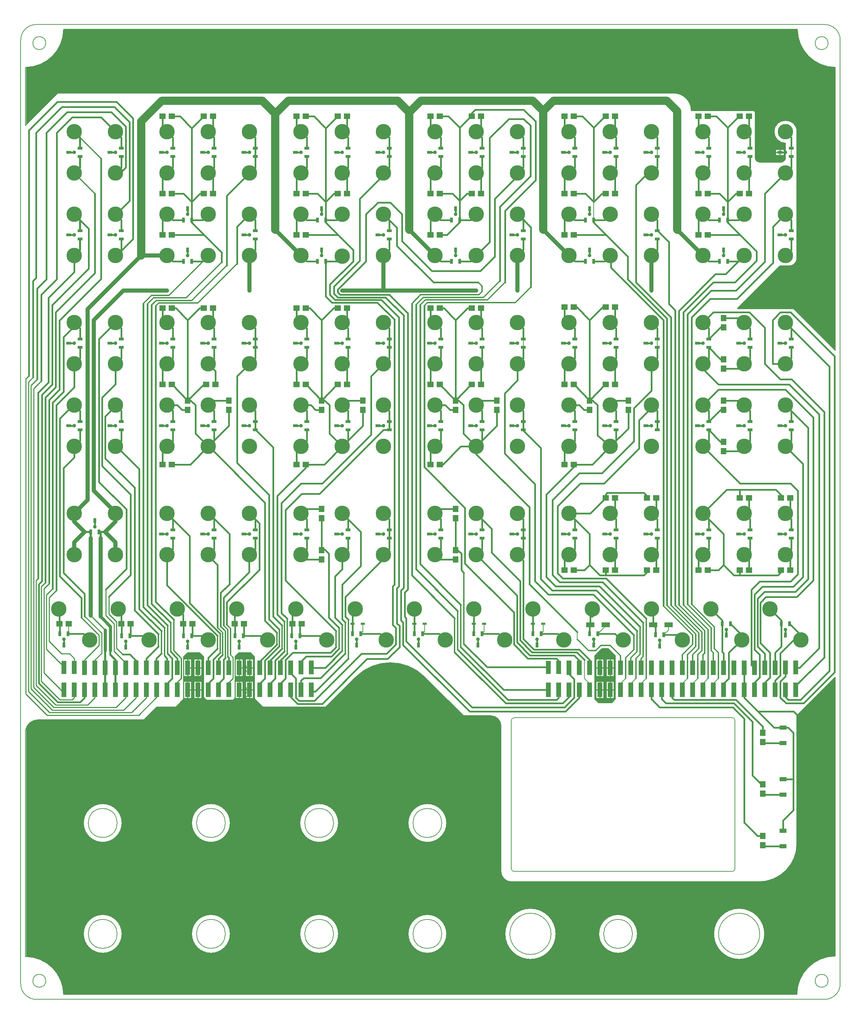
<source format=gbr>
G04 DesignSpark PCB PRO Gerber Version 9.0 Build 5138 *
G04 #@! TF.Part,Single*
G04 #@! TF.FileFunction,Copper,L2,Bot *
G04 #@! TF.FilePolarity,Positive *
%FSLAX35Y35*%
%MOIN*%
G04 #@! TA.AperFunction,SMDPad,CuDef*
%ADD85R,0.03000X0.05000*%
%ADD80R,0.04800X0.13000*%
%ADD82R,0.04800X0.13500*%
%ADD81R,0.04800X0.14000*%
%ADD86R,0.05500X0.06000*%
G04 #@! TD.AperFunction*
%ADD13C,0.00500*%
%ADD11C,0.00600*%
%ADD10C,0.00800*%
%ADD72C,0.01000*%
%ADD77C,0.01200*%
%ADD28C,0.01500*%
%ADD75C,0.02000*%
%ADD79C,0.03000*%
G04 #@! TA.AperFunction,ViaPad*
%ADD73C,0.03600*%
G04 #@! TD.AperFunction*
%ADD78C,0.04000*%
%ADD74C,0.08000*%
G04 #@! TA.AperFunction,ComponentPad*
%ADD76C,0.15000*%
G04 #@! TA.AperFunction,SMDPad,CuDef*
%ADD87R,0.04000X0.02200*%
%ADD83R,0.05000X0.03000*%
%ADD89R,0.07000X0.04400*%
%ADD88R,0.08000X0.05000*%
%ADD84R,0.06000X0.05500*%
X0Y0D02*
D02*
D10*
X4950Y274891D02*
Y55500D01*
G75*
G02X41800Y18650I-150J-37000*
G01*
X753300*
G75*
G02X790650Y56000I37500J-150*
G01*
Y326500*
X753300Y289150*
Y165000*
G75*
G02X716300Y128000I-37000*
G01*
X476300*
G75*
G02X466300Y138000J10000*
G01*
Y279000*
G75*
G03X456300Y289000I-10000*
G01*
X429800*
X392300Y326500*
G75*
G03X325300I-33500J-33500*
G01*
X296300Y297500*
X235300*
X227300Y305500*
Y323000*
X208300*
Y306000*
X206300Y304000*
X180800*
X179202Y305598*
X178501*
Y306299*
X177300Y307500*
Y319000*
X176099Y320201*
Y305598*
X168501*
Y322402*
X173898*
X172800Y323500*
X158300*
Y305000*
X150800Y297500*
X132300*
X119800Y285000*
X16800*
G75*
G03X4950Y274891J-12000*
G01*
X561150Y77500D02*
G75*
G02X598450I18650D01*
G01*
G75*
G02X561150I-18650*
G01*
X672650D02*
G75*
G02X721950I24650D01*
G01*
G75*
G02X672650I-24650*
G01*
X470150D02*
G75*
G02X519450I24650D01*
G01*
G75*
G02X470150I-24650*
G01*
X376150D02*
G75*
G02X413450I18650D01*
G01*
G75*
G02X376150I-18650*
G01*
Y185000D02*
G75*
G02X413450I18650D01*
G01*
G75*
G02X376150I-18650*
G01*
X271150Y77500D02*
G75*
G02X308450I18650D01*
G01*
G75*
G02X271150I-18650*
G01*
Y185000D02*
G75*
G02X308450I18650D01*
G01*
G75*
G02X271150I-18650*
G01*
X208501Y322402D02*
X216099D01*
Y305598*
X208501*
Y322402*
X218501D02*
X226099D01*
Y305598*
X218501*
Y322402*
X158501D02*
X166099D01*
Y305598*
X158501*
Y322402*
X166150Y77500D02*
G75*
G02X203450I18650D01*
G01*
G75*
G02X166150I-18650*
G01*
Y185000D02*
G75*
G02X203450I18650D01*
G01*
G75*
G02X166150I-18650*
G01*
X61150Y77500D02*
G75*
G02X98450I18650D01*
G01*
G75*
G02X61150I-18650*
G01*
Y185000D02*
G75*
G02X98450I18650D01*
G01*
G75*
G02X61150I-18650*
G01*
X5350Y77500D02*
G36*
Y55496D01*
G75*
G02X41796Y19050I-550J-36996*
G01*
X753304*
G75*
G02X790250Y55996I37496J-550*
G01*
Y77500*
X721950*
G75*
G02X672650I-24650*
G01*
X598450*
G75*
G02X561150I-18650*
G01*
X519450*
G75*
G02X470150I-24650*
G01*
X413450*
G75*
G02X376150I-18650*
G01*
X308450*
G75*
G02X271150I-18650*
G01*
X203450*
G75*
G02X166150I-18650*
G01*
X98450*
G75*
G02X61150I-18650*
G01*
X5350*
G37*
Y185000D02*
G36*
Y77500D01*
X61150*
G75*
G02X98450I18650*
G01*
X166150*
G75*
G02X203450I18650*
G01*
X271150*
G75*
G02X308450I18650*
G01*
X376150*
G75*
G02X413450I18650*
G01*
X470150*
G75*
G02X519450I24650*
G01*
X561150*
G75*
G02X598450I18650*
G01*
X672650*
G75*
G02X721950I24650*
G01*
X790250*
Y185000*
X753300*
Y165000*
G75*
G02X716300Y128000I-37000*
G01*
X476300*
G75*
G02X466300Y138000J10000*
G01*
Y185000*
X413450*
G75*
G02X376150I-18650*
G01*
X308450*
G75*
G02X271150I-18650*
G01*
X203450*
G75*
G02X166150I-18650*
G01*
X98450*
G75*
G02X61150I-18650*
G01*
X5350*
G37*
Y276591D02*
G36*
Y185000D01*
X61150*
G75*
G02X98450I18650*
G01*
X166150*
G75*
G02X203450I18650*
G01*
X271150*
G75*
G02X308450I18650*
G01*
X376150*
G75*
G02X413450I18650*
G01*
X466300*
Y279000*
G75*
G03X456300Y289000I-10000*
G01*
X429800*
X404800Y314000*
X312800*
X296300Y297500*
X235300*
X227300Y305500*
Y314000*
X226099*
Y305598*
X218501*
Y314000*
X216099*
Y305598*
X208501*
Y314000*
X208300*
Y306000*
X206300Y304000*
X180800*
X179202Y305598*
X178501*
Y306299*
X177300Y307500*
Y314000*
X176099*
Y305598*
X168501*
Y314000*
X166099*
Y305598*
X158501*
Y314000*
X158300*
Y305000*
X150800Y297500*
X132300*
X119800Y285000*
X16800*
G75*
G03X5350Y276591J-12000*
G01*
G37*
X753300Y289150D02*
G36*
Y185000D01*
X790250*
Y314000*
X778150*
X753300Y289150*
G37*
X158300Y323500D02*
G36*
Y314000D01*
X158501*
Y322402*
X166099*
Y314000*
X168501*
Y322402*
X173898*
X172800Y323500*
X158300*
G37*
X176099Y320201D02*
G36*
Y314000D01*
X177300*
Y319000*
X176099Y320201*
G37*
X208300Y323000D02*
G36*
Y314000D01*
X208501*
Y322402*
X216099*
Y314000*
X218501*
Y322402*
X226099*
Y314000*
X227300*
Y323000*
X208300*
G37*
X325300Y326500D02*
G36*
X312800Y314000D01*
X404800*
X392300Y326500*
G75*
G03X364943Y339976I-33500J-33502*
G01*
X352657*
G75*
G03X325300Y326500I6144J-46978*
G01*
G37*
X778150Y314000D02*
G36*
X790250D01*
Y326100*
X778150Y314000*
G37*
X695800Y684000D02*
Y683500D01*
X750300*
X790650Y643150*
Y917500*
G75*
G02X753800Y954350I150J37000*
G01*
X41800*
G75*
G02X4950Y917500I-37000J150*
G01*
Y861150*
X36300Y892500*
X633800*
G75*
G02X650800Y875500J-17000*
G01*
X710800*
G75*
G02X712800Y873500J-2000*
G01*
Y830000*
G75*
G03X717300Y825500I4500*
G01*
X737800*
G75*
G03X742300Y830000J4500*
G01*
Y844000*
G75*
G02X731300Y855000J11000*
G01*
G75*
G02X753300I11000*
G01*
Y732500*
G75*
G02X745800Y725000I-7500*
G01*
X736800*
X695800Y684000*
X732898Y837902D02*
X740702D01*
Y832098*
X732898*
Y837902*
X695800Y684000D02*
G36*
Y683500D01*
X750300*
X790250Y643550*
Y835000*
X753300*
Y732500*
G75*
G02X745800Y725000I-7500*
G01*
X736800*
X695800Y684000*
G37*
X712800Y835000D02*
G36*
Y830000D01*
G75*
G03X717300Y825500I4500*
G01*
X737800*
G75*
G03X742300Y830000J4500*
G01*
Y835000*
X740702*
Y832098*
X732898*
Y835000*
X712800*
G37*
X5350Y917504D02*
G36*
Y861550D01*
X36300Y892500*
X633800*
G75*
G02X650800Y875500J-17000*
G01*
X710800*
G75*
G02X712800Y873500J-2000*
G01*
Y835000*
X732898*
Y837902*
X740702*
Y835000*
X742300*
Y844000*
G75*
G02X731300Y855000J11000*
G01*
G75*
G02X753300I11000*
G01*
Y835000*
X790250*
Y917504*
G75*
G02X753804Y953950I550J36996*
G01*
X41796*
G75*
G02X5350Y917504I-36996J550*
G01*
G37*
D02*
D11*
X46800Y378000D02*
Y369000D01*
X46300Y368500*
X92300Y550000D02*
X92395Y550095D01*
X106800Y367000D02*
X106300Y366500D01*
X166800Y366899D02*
X166300Y366500D01*
X216800Y366642D02*
X216300Y366500D01*
X272800Y378000D02*
X271300D01*
X332300D02*
Y370500D01*
X330300Y368500*
X392300Y378000D02*
Y370500D01*
X390300Y368500*
X422300Y449500D02*
X424300D01*
X437800Y870000D02*
Y873000D01*
X442300Y550000D02*
Y542500D01*
X449800Y378000D02*
Y370500D01*
X447800Y368500*
X482300Y445000D02*
X487800Y439500D01*
X482800Y775000D02*
X482300D01*
X487800Y566000D02*
Y565500D01*
Y654000D02*
Y646000D01*
Y839000D02*
Y831000D01*
X507300Y378000D02*
Y370500D01*
X505300Y368500*
X512300Y336000D02*
Y335800D01*
X522300Y314000D02*
Y306500D01*
Y335800D02*
Y342000D01*
X532300Y314000D02*
Y307000D01*
X536800Y532500D02*
Y530000D01*
X540300Y370000D02*
Y363000D01*
X542300Y335500D02*
Y342500D01*
X547300Y343000D02*
Y325000D01*
X552300Y320000*
Y314000*
Y343000D02*
Y335500D01*
X556300Y769500D02*
Y767000D01*
Y787000D02*
Y769500D01*
X567800Y377000D02*
Y376000D01*
X560300Y368500*
X568292Y755000D02*
X568296Y755004D01*
Y755000*
X572300Y735000D02*
X572800D01*
X587300Y325000D02*
X582300Y320000D01*
Y314000*
X597300Y325000D02*
X592300Y320000D01*
Y314000*
X607300Y325000D02*
X602300Y320000D01*
Y314000*
X612300Y590000D02*
Y587500D01*
Y815000D02*
X608800D01*
X617800Y654000D02*
Y646000D01*
Y839000D02*
Y831000D01*
X619300Y758000D02*
X618300Y759000D01*
Y769000*
X612300Y775000*
X628800Y377000D02*
Y372000D01*
X624300Y367500*
X647300Y325000D02*
X642300Y320000D01*
Y314000*
X652300D02*
Y320000D01*
X657300Y325000*
X667300D02*
X662300Y320000D01*
Y314000*
X677300Y325000D02*
X672300Y320000D01*
Y314000*
X686300Y769500D02*
Y767000D01*
X698310Y755000D02*
X698300D01*
X747800Y839000D02*
Y831000D01*
D02*
D13*
X15300Y14000D02*
X780300D01*
G75*
G03X795300Y29000J15000*
G01*
Y944000*
G75*
G03X780300Y959000I-15000*
G01*
X15300*
G75*
G03X300Y944000J-15000*
G01*
Y29000*
G75*
G03X15300Y14000I15000*
G01*
X18300Y38300D02*
G75*
G03Y25700J-6300D01*
G01*
G75*
G03Y38300J6300*
G01*
Y947300D02*
G75*
G03Y934700J-6300D01*
G01*
G75*
G03Y947300J6300*
G01*
X79800Y91500D02*
G75*
G03Y63500J-14000D01*
G01*
G75*
G03Y91500J14000*
G01*
Y199000D02*
G75*
G03Y171000J-14000D01*
G01*
G75*
G03Y199000J14000*
G01*
X158300Y346000D02*
Y305500D01*
X161800Y302000*
X174300*
X177800Y305500*
Y346000*
X173800Y350000*
X162300*
X158300Y346000*
X168650Y322250D02*
X175950D01*
Y305750*
X168650*
Y322250*
Y343750D02*
X175950D01*
Y327250*
X168650*
Y343750*
X158650Y322250D02*
X165950D01*
Y305750*
X158650*
Y322250*
Y343750D02*
X165950D01*
Y327250*
X158650*
Y343750*
X158550Y314000D02*
G36*
Y305250D01*
X161550Y302250*
X174550*
X177550Y305250*
Y314000*
X175950*
Y305750*
X168650*
Y314000*
X165950*
Y305750*
X158650*
Y314000*
X158550*
G37*
Y335500D02*
G36*
Y314000D01*
X158650*
Y322250*
X165950*
Y314000*
X168650*
Y322250*
X175950*
Y314000*
X177550*
Y335500*
X175950*
Y327250*
X168650*
Y335500*
X165950*
Y327250*
X158650*
Y335500*
X158550*
G37*
Y346250D02*
G36*
Y335500D01*
X158650*
Y343750*
X165950*
Y335500*
X168650*
Y343750*
X175950*
Y335500*
X177550*
Y346250*
X174050Y349750*
X162050*
X158550Y346250*
G37*
X184800Y91500D02*
G75*
G03Y63500J-14000D01*
G01*
G75*
G03Y91500J14000*
G01*
Y199000D02*
G75*
G03Y171000J-14000D01*
G01*
G75*
G03Y199000J14000*
G01*
X208300Y346500D02*
Y305500D01*
X211300Y302500*
X224300*
X227300Y305500*
Y346000*
X223300Y350000*
X211800*
X208300Y346500*
X218650Y322250D02*
X225950D01*
Y305750*
X218650*
Y322250*
Y343750D02*
X225950D01*
Y327250*
X218650*
Y343750*
X208650Y322250D02*
X215950D01*
Y305750*
X208650*
Y322250*
Y343750D02*
X215950D01*
Y327250*
X208650*
Y343750*
X208550Y314000D02*
G36*
Y305250D01*
X211050Y302750*
X224550*
X227050Y305250*
Y314000*
X225950*
Y305750*
X218650*
Y314000*
X215950*
Y305750*
X208650*
Y314000*
X208550*
G37*
Y335500D02*
G36*
Y314000D01*
X208650*
Y322250*
X215950*
Y314000*
X218650*
Y322250*
X225950*
Y314000*
X227050*
Y335500*
X225950*
Y327250*
X218650*
Y335500*
X215950*
Y327250*
X208650*
Y335500*
X208550*
G37*
Y346750D02*
G36*
Y335500D01*
X208650*
Y343750*
X215950*
Y335500*
X218650*
Y343750*
X225950*
Y335500*
X227050*
Y346250*
X223550Y349750*
X211550*
X208550Y346750*
G37*
X289800Y91500D02*
G75*
G03Y63500J-14000D01*
G01*
G75*
G03Y91500J14000*
G01*
Y199000D02*
G75*
G03Y171000J-14000D01*
G01*
G75*
G03Y199000J14000*
G01*
X394800Y91500D02*
G75*
G03Y63500J-14000D01*
G01*
G75*
G03Y91500J14000*
G01*
Y199000D02*
G75*
G03Y171000J-14000D01*
G01*
G75*
G03Y199000J14000*
G01*
X478800Y138000D02*
X690800D01*
G75*
G03X693300Y140500J2500*
G01*
Y284500*
G75*
G03X690800Y287000I-2500*
G01*
X478800*
G75*
G03X476300Y284500J-2500*
G01*
Y140500*
G75*
G03X478800Y138000I2500*
G01*
X494800Y97500D02*
G75*
G03Y57500J-20000D01*
G01*
G75*
G03Y97500J20000*
G01*
X557300Y347000D02*
Y305000D01*
X560800Y301500*
X573800*
X577300Y305000*
Y347000*
X570300Y354000*
X564300*
X557300Y347000*
X568650Y322250D02*
X575950D01*
Y305750*
X568650*
Y322250*
Y343750D02*
X575950D01*
Y327250*
X568650*
Y343750*
X558650Y322250D02*
X565950D01*
Y305750*
X558650*
Y322250*
Y343750D02*
X565950D01*
Y327250*
X558650*
Y343750*
X557550Y314000D02*
G36*
Y304750D01*
X560550Y301750*
X574050*
X577050Y304750*
Y314000*
X575950*
Y305750*
X568650*
Y314000*
X565950*
Y305750*
X558650*
Y314000*
X557550*
G37*
Y335500D02*
G36*
Y314000D01*
X558650*
Y322250*
X565950*
Y314000*
X568650*
Y322250*
X575950*
Y314000*
X577050*
Y335500*
X575950*
Y327250*
X568650*
Y335500*
X565950*
Y327250*
X558650*
Y335500*
X557550*
G37*
Y347250D02*
G36*
Y335500D01*
X558650*
Y343750*
X565950*
Y335500*
X568650*
Y343750*
X575950*
Y335500*
X577050*
Y347250*
X570550Y353750*
X564050*
X557550Y347250*
G37*
X579800Y91500D02*
G75*
G03Y63500J-14000D01*
G01*
G75*
G03Y91500J14000*
G01*
X697300Y97500D02*
G75*
G03Y57500J-20000D01*
G01*
G75*
G03Y97500J20000*
G01*
X777300Y38300D02*
G75*
G03Y25700J-6300D01*
G01*
G75*
G03Y38300J6300*
G01*
Y947300D02*
G75*
G03Y934700J-6300D01*
G01*
G75*
G03Y947300J6300*
G01*
D02*
D28*
X12300Y617000D02*
Y710500D01*
X15300Y713500*
Y854000*
X40300Y879000*
X91300*
X105800Y864500*
Y788000*
X92800Y775000*
X92300*
X34800Y410500D02*
Y590000D01*
X52300Y607500*
Y630000*
X37800Y378000D02*
Y392000D01*
X37300Y392500*
X38300Y368500D02*
Y377500D01*
X37800Y378000*
X42300Y357500D02*
Y363000D01*
X46300Y368500D02*
X61300D01*
X67300Y362500*
X46800Y570000D02*
X52300D01*
X46800Y650000D02*
X52300D01*
X46800Y755000D02*
X52300D01*
X46800Y835000D02*
X52300D01*
Y590000D02*
X51300D01*
X38300Y577000*
Y424000*
X59300Y403000*
Y384000*
X52300Y666500D02*
X41800Y656000D01*
Y603000*
X31300Y592500*
Y412000*
X52300Y735000D02*
Y719000D01*
X27300Y694000*
Y612000*
X17300Y602000*
Y422000*
X52300Y775000D02*
X66300Y761000D01*
Y722500*
X30800Y687000*
Y610000*
X20800Y600000*
Y419500*
X17800Y416500*
Y320500*
X36300Y302000*
X57800*
X62300Y306500*
Y314000*
X57800Y566000D02*
Y555500D01*
X52300Y550000*
X57800Y574000D02*
Y584500D01*
X52300Y590000*
X57800Y646000D02*
Y635500D01*
X52300Y630000*
X57800Y654000D02*
Y664500D01*
X52300Y670000*
X62300Y385500D02*
Y407000D01*
X41800Y427500*
Y529000*
X52300Y539500*
Y550000*
X72300Y478000D02*
Y472000D01*
Y795000D02*
Y718000D01*
X34300Y680000*
Y607500*
X24300Y597500*
Y418000*
X78300Y829000D02*
Y712500D01*
X37800Y672000*
Y605000*
X27800Y595000*
Y417000*
X86800Y570000D02*
X92300D01*
X86800Y650000D02*
X92300D01*
X86800Y755000D02*
X92300D01*
X86800Y835000D02*
X92300D01*
Y590000D02*
Y589000D01*
X82300Y579000*
Y538500*
X110800Y510000*
Y391000*
X133800Y368000*
X92300Y630000D02*
Y610500D01*
X79300Y597500*
Y531000*
X106800Y503500*
Y425500*
X85800Y404500*
X92300Y670000D02*
X76300Y654000D01*
Y515500*
X102800Y489000*
Y431500*
X82800Y411500*
X92300Y735000D02*
X93300D01*
X109300Y751000*
Y868000*
X93300Y884000*
X35800*
X8300Y856500*
Y618500*
X92300Y815000D02*
X96800D01*
X102300Y820500*
Y860000*
X88300Y874000*
X45300*
X25300Y854000*
Y712000*
X16300Y703000*
Y615000*
X92300Y855000D02*
X78300Y869000D01*
X50300*
X35300Y854000*
Y712000*
X20300Y697000*
Y613500*
X92395Y550095D02*
X92300Y550000D01*
X97800Y378000D02*
Y389500D01*
X94800Y392500*
X97800Y566000D02*
Y555500D01*
X92395Y550095*
X97800Y574000D02*
Y584500D01*
X92300Y590000*
X97800Y646000D02*
Y635500D01*
X92300Y630000*
X97800Y654000D02*
Y664500D01*
X92300Y670000*
X97800Y751000D02*
Y740500D01*
X92300Y735000*
X97800Y759000D02*
Y769500D01*
X92300Y775000*
X97800Y831000D02*
Y820500D01*
X92300Y815000*
X97800Y839000D02*
Y849500D01*
X92300Y855000*
X98300Y366500D02*
Y377500D01*
X97800Y378000*
X99300Y348500D02*
X106300D01*
X112300Y342500*
Y335500*
X102300Y340000D02*
Y335500D01*
Y355500D02*
Y361000D01*
X106300Y366500D02*
X120800D01*
X124800Y362500*
X106800Y378000D02*
Y367000D01*
X119300Y688500D02*
Y394500D01*
X139800Y374000*
X123300Y688000D02*
Y396000D01*
X142800Y376500*
X127300Y687000D02*
Y397500D01*
X145800Y379000*
X131300Y686000D02*
Y399500D01*
X148800Y382000*
X132300Y335500D02*
X131800D01*
Y344500*
X136800Y349500*
X133800Y356000D02*
X122300Y344500D01*
Y335500*
X136800Y371000D02*
X115300Y392500D01*
Y528000*
X93300Y550000*
X92300*
X136800Y465000D02*
X142300D01*
X136800Y570000D02*
X142300D01*
X136800Y650000D02*
X142300D01*
X137800Y532500D02*
Y545500D01*
X142300Y550000*
X137800Y610000D02*
Y625500D01*
X142300Y630000*
X137800Y684000D02*
Y674500D01*
X142300Y670000*
X137800Y755000D02*
Y770500D01*
X142300Y775000*
X137800Y795000D02*
Y810500D01*
X142300Y815000*
X137800Y870000D02*
Y859500D01*
X142300Y855000*
X139800Y347000D02*
X142300Y344500D01*
Y335500*
Y835000D02*
X136800D01*
X142800Y349000D02*
X147300Y344500D01*
Y325000*
X142300Y320000*
Y314000*
X145800Y351000D02*
X152300Y344500D01*
Y335500*
X146800Y532500D02*
X164800D01*
X182300Y550000*
X146800Y610000D02*
X147300D01*
X162300Y594500*
X146800Y684000D02*
X150800D01*
X162300Y672500*
X146800Y755000D02*
X178300D01*
X146800Y795000D02*
X158300D01*
X166300Y787000*
X146800Y870000D02*
X154800D01*
X166300Y858500*
X147800Y461000D02*
Y450500D01*
X142300Y445000*
X147800Y469000D02*
Y479500D01*
X142300Y485000*
X147800Y566000D02*
Y555500D01*
X142300Y550000*
X147800Y574000D02*
Y584500D01*
X142300Y590000*
X147800Y646000D02*
Y635500D01*
X142300Y630000*
X147800Y654000D02*
Y664500D01*
X142300Y670000*
X147800Y831000D02*
Y820500D01*
X142300Y815000*
X147800Y839000D02*
Y849500D01*
X142300Y855000*
X152300Y321000D02*
Y314000D01*
X157800Y378000D02*
Y387000D01*
X152300Y392500*
X158300Y366500D02*
Y377500D01*
X157800Y378000*
X158300Y729500D02*
X147800D01*
X142300Y735000*
X158300Y769500D02*
X147800D01*
X142300Y775000*
X162300Y355500D02*
Y361000D01*
Y585500D02*
X156800D01*
X152300Y590000*
X142300*
X162300Y594500D02*
X165300D01*
X169800Y590000*
Y562500*
X182300Y550000*
X162300Y672500D02*
Y594500D01*
Y740500D02*
Y735000D01*
Y780500D02*
Y775000D01*
X166300Y366500D02*
X178300D01*
X182300Y362500*
X166300Y729500D02*
X176800D01*
X182300Y735000*
X166300Y769500D02*
Y767000D01*
X178300Y755000*
X166300Y769500D02*
Y785000D01*
Y787000*
Y769500D02*
X176800D01*
X182300Y775000*
X166300Y858500D02*
Y787000D01*
X166800Y378000D02*
Y366899D01*
X176800Y465000D02*
X182300D01*
X176800Y570000D02*
X182300D01*
X176800Y650000D02*
X182300D01*
X176800Y835000D02*
X182300D01*
X177800Y684000D02*
X173800D01*
X162300Y672500*
X177800Y795000D02*
X174300D01*
X166300Y787000*
X177800Y870000D02*
X166300Y858500D01*
X178300Y755000D02*
X195300Y738000D01*
Y728500*
X180300Y610000D02*
X177800D01*
X162300Y594500*
X182300Y314000D02*
Y320000D01*
X187300Y325000*
Y343500*
X193800Y350000*
X182300Y335500D02*
Y345000D01*
X191300Y354000*
X182300Y445000D02*
Y444000D01*
X191300Y435000*
Y374500*
X182300Y485000D02*
X182800D01*
X202800Y465000*
Y416500*
X194300Y408000*
Y375500*
X182300Y735000D02*
X182800D01*
X186800Y684000D02*
Y674500D01*
X182300Y670000*
X186800Y795000D02*
Y810500D01*
X182300Y815000*
X186800Y870000D02*
Y859500D01*
X182300Y855000*
X187800Y461000D02*
Y450500D01*
X182300Y445000*
X187800Y469000D02*
Y479500D01*
X182300Y485000*
X187800Y566000D02*
Y555500D01*
X182300Y550000*
X187800Y574000D02*
Y584500D01*
X182300Y590000*
X187800Y646000D02*
Y635500D01*
X182300Y630000*
X187800Y654000D02*
Y664500D01*
X182300Y670000*
X187800Y831000D02*
Y820500D01*
X182300Y815000*
X187800Y839000D02*
Y849500D01*
X182300Y855000*
X189300Y610000D02*
Y623000D01*
X182300Y630000*
X191300Y366500D02*
X142300Y415500D01*
Y445000*
X193800Y368500D02*
X164300Y398000D01*
Y463000*
X142300Y485000*
X196300Y348000D02*
X192300Y344000D01*
Y335500*
X197300Y376500D02*
Y403500D01*
X221800Y428000*
Y445000*
X222300*
X198800Y345000D02*
X197300Y343500D01*
Y325000*
X192300Y320000*
Y314000*
X200300Y377000D02*
Y399000D01*
X231800Y430500*
Y475500*
X222300Y485000*
X202300Y314000D02*
Y321000D01*
Y335500D02*
Y345000D01*
X201300Y346000*
X202300Y585500D02*
Y570000D01*
X182300Y550000*
X202300Y594500D02*
X186800D01*
X182300Y590000*
X207800Y378000D02*
Y390500D01*
X209800Y392500*
X208300Y366500D02*
Y377500D01*
X207800Y378000*
X212300Y355500D02*
Y361000D01*
X216300Y366500D02*
X235800D01*
X239800Y362500*
X216800Y378000D02*
Y366642D01*
Y465000D02*
X222300D01*
X216800Y570000D02*
X222300D01*
X216800Y650000D02*
X222300D01*
X216800Y755000D02*
X222300D01*
X216800Y835000D02*
X222300D01*
Y630000D02*
X210300Y618000D01*
Y534000*
X241300Y503000*
Y382500*
X251300Y372500*
X222300Y775000D02*
X210300Y763000D01*
Y727000*
X222300Y815000D02*
X200300Y793000D01*
Y725500*
X227800Y461000D02*
Y450500D01*
X222300Y445000*
X227800Y469000D02*
Y479500D01*
X222300Y485000*
X227800Y566000D02*
Y566500D01*
X245300Y549000*
Y385000*
X253800Y376500*
X227800Y566000D02*
Y574000D01*
Y584500*
X222300Y590000*
X227800Y646000D02*
Y635500D01*
X222300Y630000*
X227800Y654000D02*
Y646000D01*
Y654000D02*
Y664500D01*
X222300Y670000*
X227800Y751000D02*
Y740500D01*
X222300Y735000*
X227800Y759000D02*
Y769500D01*
X222300Y775000*
X227800Y831000D02*
Y820500D01*
X222300Y815000*
X227800Y839000D02*
Y831000D01*
Y839000D02*
Y849500D01*
X222300Y855000*
X232300Y335500D02*
Y341500D01*
X248800Y358000*
Y369500D02*
X237300Y381000D01*
Y495500*
X182800Y550000*
X182300*
X251300Y356500D02*
X237300Y342500D01*
Y325000*
X232300Y320000*
Y314000*
X252300D02*
Y320000D01*
X257300Y325000*
Y343000*
X264300Y350000*
X300800*
X306300Y355500*
X253800Y354000D02*
X242300Y342500D01*
Y335500*
X256300Y351500D02*
X247300Y342500D01*
Y325000*
X242300Y320000*
Y314000*
X258800Y349000D02*
X252300Y342500D01*
Y335500*
X262300Y314000D02*
Y307000D01*
X268800Y300500*
X292800*
X336300Y344000*
X356300*
X367800Y355500*
Y376000*
X365300Y378500*
Y412500*
X367300Y414500*
Y675000*
X350300Y692000*
X305300*
X300300Y697000*
Y707000*
X322800Y729500*
Y740500*
X311300Y752000*
X262300Y335500D02*
Y330000D01*
X267300Y325000*
Y306500*
X270300Y303500*
X285300*
X330800Y349000*
X355300*
X364300Y358000*
Y374000*
X361300Y377000*
Y414500*
X362800Y416000*
Y673000*
X346300Y689500*
X302300*
X296300Y695500*
Y729500*
X263300Y366500D02*
Y377500D01*
X263800Y378000*
Y389000*
X267300Y392500*
X266800Y465000D02*
X272300D01*
X266800Y570000D02*
X272300D01*
X266800Y650000D02*
X272300D01*
X266800Y835000D02*
X272300D01*
X267300Y355500D02*
Y361000D01*
X267800Y532500D02*
Y545500D01*
X272300Y550000*
X267800Y610000D02*
Y625500D01*
X272300Y630000*
X267800Y684000D02*
Y674500D01*
X272300Y670000*
X267800Y755000D02*
Y770500D01*
X272300Y775000*
X267800Y795000D02*
Y810500D01*
X272300Y815000*
X267800Y870000D02*
Y859500D01*
X272300Y855000*
X271300Y366500D02*
X293300D01*
X297300Y362500*
X271300Y378000D02*
Y366500D01*
X272300Y335800D02*
Y341500D01*
X277300Y346500*
X301800*
X309300Y354000*
X276800Y532500D02*
Y529500D01*
X249300Y502000*
Y387000*
X256300Y380000*
X276800Y532500D02*
X294800D01*
X312300Y550000*
X276800Y610000D02*
X277300D01*
X292300Y594500*
X276800Y684000D02*
X280800D01*
X292300Y672500*
X276800Y755000D02*
X308300D01*
X311300Y752000*
X276800Y795000D02*
X288300D01*
X296300Y787000*
Y785000*
X276800Y870000D02*
X284800D01*
X296300Y858500*
X277800Y461000D02*
Y450500D01*
X272300Y445000*
X277800Y469000D02*
Y479500D01*
X272300Y485000*
X277800Y566000D02*
Y555500D01*
X272300Y550000*
X277800Y574000D02*
Y584500D01*
X272300Y590000*
X277800Y646000D02*
Y635500D01*
X272300Y630000*
X277800Y654000D02*
Y664500D01*
X272300Y670000*
X277800Y831000D02*
Y820500D01*
X272300Y815000*
X277800Y839000D02*
Y849500D01*
X272300Y855000*
X282300Y335800D02*
Y335500D01*
X295800*
X312300Y352000*
X288300Y729500D02*
X277800D01*
X272300Y735000*
X288300Y769500D02*
X277800D01*
X272300Y775000*
X292300Y440500D02*
X276800D01*
X272300Y445000*
X292300Y480500D02*
Y449500D01*
Y489500D02*
X276800D01*
X272300Y485000*
X292300Y585500D02*
X286300D01*
X281800Y590000*
X272300*
X292300Y594500D02*
X295300D01*
X299800Y590000*
Y562500*
X312300Y550000*
X292300Y672500D02*
Y594500D01*
Y740500D02*
Y735000D01*
Y780500D02*
Y775000D01*
X296300Y729500D02*
X307300D01*
X312300Y734500*
X296300Y769500D02*
Y767000D01*
X311300Y752000*
X296300Y769500D02*
Y785000D01*
Y769500D02*
X306800D01*
X312300Y775000*
X296300Y785000D02*
Y787000D01*
X304300Y795000*
X307800*
X296300Y858500D02*
Y785000D01*
Y858500D02*
X307800Y870000D01*
X306300Y371000D02*
X257300Y420000D01*
Y488500*
X272800Y504000*
X290300*
X352300Y566000*
X357800*
X306800Y465000D02*
X312300D01*
X306800Y570000D02*
X312300D01*
X306800Y650000D02*
X312300D01*
X306800Y835000D02*
X312300D01*
X307800Y610000D02*
X307300D01*
X292300Y594500*
X307800Y684000D02*
X303800D01*
X292300Y672500*
X309300Y374000D02*
X299300Y384000D01*
Y446000*
X295300Y450000*
X292800*
X292300Y449500*
X312300Y377000D02*
X305300Y384000D01*
Y424000*
X312300Y431000*
Y445000*
X309800Y443000*
X311800Y445000*
X312300*
Y485000D02*
X330300Y467000D01*
Y434000*
X312300Y416000*
Y382500*
X315300Y379500*
Y349500D02*
X291300Y325500D01*
X274800*
X272300Y323000*
Y314000*
X316800Y610000D02*
Y625500D01*
X312300Y630000*
X316800Y684000D02*
Y674500D01*
X312300Y670000*
X316800Y795000D02*
Y810500D01*
X312300Y815000*
X316800Y870000D02*
Y859500D01*
X312300Y855000*
X317800Y461000D02*
Y450500D01*
X312300Y445000*
X317800Y469000D02*
Y479500D01*
X312300Y485000*
X317800Y566000D02*
Y555500D01*
X312300Y550000*
X317800Y574000D02*
Y584500D01*
X312300Y590000*
X317800Y646000D02*
Y635500D01*
X312300Y630000*
X317800Y654000D02*
Y664500D01*
X312300Y670000*
X317800Y831000D02*
Y820500D01*
X312300Y815000*
X317800Y839000D02*
Y849500D01*
X312300Y855000*
X318300Y344500D02*
X286300Y312500D01*
X282300*
Y314000*
X322300Y368500D02*
Y378000D01*
Y390000*
X324800Y392500*
X326300Y357500D02*
Y363000D01*
X330300Y368500D02*
X348800D01*
X354800Y362500*
X332300Y585500D02*
Y570000D01*
X312300Y550000*
X332300Y594500D02*
X316800D01*
X312300Y590000*
X346800Y465000D02*
X352300D01*
X346800Y570000D02*
X352300D01*
X346800Y650000D02*
X352300D01*
X346800Y755000D02*
X352300D01*
X346800Y835000D02*
X352300D01*
Y445000D02*
X351300D01*
Y440000*
X315300Y404000*
Y385000*
X318300Y382000*
X352300Y630000D02*
X340300Y618000D01*
Y561500*
X292800Y514000*
X272300*
X253300Y495000*
Y388500*
X258800Y383000*
X357800Y461000D02*
Y450500D01*
X352300Y445000*
X357800Y469000D02*
Y461000D01*
Y469000D02*
Y479500D01*
X352300Y485000*
X357800Y566000D02*
Y574000D01*
Y584500*
X352300Y590000*
X357800Y646000D02*
Y635500D01*
X352300Y630000*
X357800Y654000D02*
Y646000D01*
Y654000D02*
Y664500D01*
X352300Y670000*
X357800Y751000D02*
Y740500D01*
X352300Y735000*
X357800Y759000D02*
Y769500D01*
X352300Y775000*
X357800Y831000D02*
Y820500D01*
X352300Y815000*
X357800Y839000D02*
Y831000D01*
Y839000D02*
Y849500D01*
X352300Y855000*
X382300Y368500D02*
Y378000D01*
Y392500*
X386300Y357500D02*
Y363000D01*
X387800Y687000D02*
Y436000D01*
X427300Y396500*
X390300Y368500D02*
X406300D01*
X412300Y362500*
X396800Y465000D02*
X402300D01*
X396800Y570000D02*
X402300D01*
X396800Y650000D02*
X402300D01*
X396800Y835000D02*
X402300D01*
X397800Y532500D02*
Y545500D01*
X402300Y550000*
X397800Y610000D02*
Y625500D01*
X402300Y630000*
X397800Y684000D02*
Y674500D01*
X402300Y670000*
X397800Y755000D02*
Y768500D01*
X402300Y775000*
X397800Y795000D02*
Y810500D01*
X402300Y815000*
X397800Y870000D02*
Y859500D01*
X402300Y855000*
X406800Y532500D02*
X409800D01*
X427300Y550000*
X442300*
X406800Y610000D02*
X422300Y594500D01*
X406800Y684000D02*
X410800D01*
X422300Y672500*
X406800Y795000D02*
X419300D01*
X426300Y788000*
Y787000*
X406800Y870000D02*
X415300D01*
X426300Y859000*
X407800Y461000D02*
Y450500D01*
X402300Y445000*
X407800Y469000D02*
Y479500D01*
X402300Y485000*
X407800Y566000D02*
Y555500D01*
X402300Y550000*
X407800Y574000D02*
Y584500D01*
X402300Y590000*
X407800Y646000D02*
Y635500D01*
X402300Y630000*
X407800Y654000D02*
Y664500D01*
X402300Y670000*
X407800Y831000D02*
Y820500D01*
X402300Y815000*
X407800Y839000D02*
Y849500D01*
X402300Y855000*
X418300Y729500D02*
X407800D01*
X402300Y735000*
X418300Y769500D02*
X407800D01*
X402300Y775000*
X421300Y383500D02*
X379800Y425000D01*
Y688500*
X422300Y440500D02*
X406800D01*
X402300Y445000*
X422300Y449500D02*
Y480500D01*
Y489500D02*
X406800D01*
X402300Y485000*
X422300Y585500D02*
X416800D01*
X412300Y590000*
X402300*
X422300Y594500D02*
X425300D01*
X429800Y590000*
Y562500*
X442300Y550000*
X422300Y672500D02*
Y594500D01*
Y740500D02*
Y735000D01*
Y780500D02*
Y775000D01*
X424300Y390500D02*
X383800Y431000D01*
Y687500*
X424300Y449500D02*
X427800Y446000D01*
Y430000*
X430300Y427500*
X426300Y729500D02*
X436800D01*
X442300Y735000*
X426300Y769500D02*
Y767500D01*
X413800Y755000*
X406800*
X426300Y769500D02*
X436800D01*
X442300Y775000*
X426300Y787000D02*
Y769500D01*
Y787000D02*
Y788000D01*
X433300Y795000*
X437800*
X426300Y859000D02*
Y787000D01*
X427300Y355500D02*
X468800Y314000D01*
X512300*
X430300Y358500D02*
X452800Y336000D01*
X512300*
X436800Y465000D02*
X442300D01*
X436800Y570000D02*
X442300D01*
X436800Y650000D02*
X442300D01*
X436800Y835000D02*
X442300D01*
X437800Y610000D02*
X437300D01*
X422300Y594500*
X437800Y684000D02*
X433800D01*
X422300Y672500*
X437800Y870000D02*
X437300D01*
X426300Y859000*
X437800Y873000D02*
X441300Y876500D01*
X488300*
X499800Y865000*
Y808000*
X470300Y778500*
Y709000*
X439800Y368500D02*
Y378000D01*
Y392500*
X442300Y485000D02*
X457300Y470000D01*
Y447000*
X484800Y419500*
Y362000*
X496300Y350500*
X539800*
X547300Y343000*
X442300Y542500D02*
X493800Y491000D01*
Y416500*
X540300Y370000*
X443800Y357500D02*
Y363000D01*
X444300Y709000D02*
X400800D01*
X365300Y744500*
Y762000*
X352300Y775000*
X446800Y610000D02*
Y625500D01*
X442300Y630000*
X446800Y684000D02*
Y674500D01*
X442300Y670000*
X446800Y795000D02*
Y810500D01*
X442300Y815000*
X446800Y870000D02*
Y859500D01*
X442300Y855000*
X447800Y368500D02*
X463800D01*
X469800Y362500*
X447800Y461000D02*
Y450500D01*
X442300Y445000*
X447800Y469000D02*
Y479500D01*
X442300Y485000*
X447800Y566000D02*
Y555500D01*
X442300Y550000*
X447800Y574000D02*
Y584500D01*
X442300Y590000*
X447800Y646000D02*
Y635500D01*
X442300Y630000*
X447800Y654000D02*
Y664500D01*
X442300Y670000*
X447800Y831000D02*
Y820500D01*
X442300Y815000*
X447800Y839000D02*
Y849500D01*
X442300Y855000*
X462300Y585500D02*
Y570000D01*
X442300Y550000*
X462300Y594500D02*
X446800D01*
X442300Y590000*
X465300Y710500D02*
Y782500D01*
X494800Y812000*
Y861000*
X488300Y867500*
X473800*
X455300Y849000*
Y748000*
X442300Y735000*
X476800Y465000D02*
X482300D01*
X476800Y570000D02*
X482300D01*
X476800Y650000D02*
X482300D01*
X476800Y755000D02*
X482300D01*
X476800Y835000D02*
X482300D01*
Y630000D02*
Y614000D01*
X469800Y601500*
Y543000*
X499300Y513500*
Y419500*
X512300Y406500*
X555800*
X595300Y367000*
X487800Y439500D02*
Y363500D01*
X498300Y353000*
X542300*
X552300Y343000*
X487800Y461000D02*
Y450500D01*
X482300Y445000*
X487800Y469000D02*
Y461000D01*
Y469000D02*
Y479500D01*
X482300Y485000*
X487800Y565500D02*
X504800Y548500D01*
Y421500*
X515800Y410500*
X558800*
X598300Y371000*
X487800Y566000D02*
Y574000D01*
Y584500*
X482300Y590000*
X487800Y646000D02*
Y635500D01*
X482300Y630000*
X487800Y654000D02*
Y664500D01*
X482300Y670000*
X487800Y751000D02*
Y740500D01*
X482300Y735000*
X487800Y759000D02*
Y769500D01*
X482300Y775000*
X487800Y831000D02*
Y820500D01*
X482300Y815000*
X487800Y839000D02*
Y849500D01*
X482300Y855000*
X495300Y704500D02*
Y762500D01*
X482800Y775000*
X497300Y368500D02*
Y378000D01*
Y392500*
X501300Y357500D02*
Y363000D01*
X505300Y368500D02*
X521300D01*
X527300Y362500*
X522300Y306500D02*
X520300Y304500D01*
X472800*
X424300Y353000*
X522300Y342000D02*
X519800Y344500D01*
X492300*
X478800Y358000*
Y389000*
X431300Y436500*
Y490500*
X391800Y530000*
Y686500*
X526800Y465000D02*
X532300D01*
X526800Y570000D02*
X532300D01*
X526800Y650000D02*
X532300D01*
X526800Y835000D02*
X532300D01*
X527800Y430000D02*
Y440500D01*
X532300Y445000*
X527800Y532500D02*
Y545500D01*
X532300Y550000*
X527800Y610000D02*
Y625500D01*
X532300Y630000*
X527800Y685000D02*
Y674500D01*
X532300Y670000*
X527800Y755000D02*
Y770500D01*
X532300Y775000*
X527800Y795000D02*
Y810500D01*
X532300Y815000*
X527800Y870000D02*
Y859500D01*
X532300Y855000*
Y307000D02*
X526300Y301000D01*
X470800*
X421300Y350500*
X532300Y335500D02*
Y329500D01*
X537300Y324500*
Y306500*
X527800Y297000*
X438300*
X374300Y361000*
Y383500*
X372800Y385000*
Y408500*
X375800Y411500*
Y679000*
X357800Y697000*
X310300*
X307800Y699500*
Y702000*
X335300Y729500*
Y775000*
X346800Y786500*
X358800*
X370300Y775000*
Y749000*
X399300Y720000*
X446300*
X460300Y734000*
Y790000*
X482300Y812000*
Y815000*
X532300Y485000D02*
X552800D01*
X567800Y500000*
X536800Y430000D02*
X547300D01*
X552300Y435000*
X536800Y530000D02*
X510300Y503500D01*
Y423500*
X519300Y414500*
X561800*
X601300Y375000*
X536800Y532500D02*
X554800D01*
X572300Y550000*
X536800Y610000D02*
X537300D01*
X552300Y594500*
X536800Y685000D02*
X539800D01*
X552300Y672500*
X536800Y755000D02*
X568292D01*
X536800Y795000D02*
X548300D01*
X556300Y787000*
X536800Y870000D02*
X545300D01*
X556300Y859000*
X537800Y461000D02*
Y450500D01*
X532300Y445000*
X537800Y469000D02*
Y479500D01*
X532300Y485000*
X537800Y566000D02*
Y555500D01*
X532300Y550000*
X537800Y574000D02*
Y584500D01*
X532300Y590000*
X537800Y646000D02*
Y635500D01*
X532300Y630000*
X537800Y654000D02*
Y664500D01*
X532300Y670000*
X537800Y831000D02*
Y820500D01*
X532300Y815000*
X537800Y839000D02*
Y849500D01*
X532300Y855000*
X542300Y314000D02*
Y306500D01*
X528800Y293000*
X435800*
X371300Y357500*
Y379500*
X369300Y381500*
Y410500*
X371800Y413000*
Y677000*
X354300Y694500*
X307800*
X304300Y698000*
Y705000*
X329300Y730000*
Y790000*
X352300Y813000*
Y815000*
X542300Y342500D02*
X537300Y347500D01*
X494300*
X481800Y360000*
Y405500*
X442300Y445000*
X548300Y729500D02*
X537800D01*
X532300Y735000*
X548300Y769500D02*
X537800D01*
X532300Y775000*
X552300Y368500D02*
Y378500D01*
X552800Y378000*
Y377000*
X552300Y435000D02*
Y465000D01*
X532300Y485000*
X552300Y585500D02*
X546800D01*
X542300Y590000*
X532300*
X552300Y594500D02*
X555300D01*
X559800Y590000*
Y560625*
X572300Y550000*
X552300Y672500D02*
Y594500D01*
Y740500D02*
Y735000D01*
Y780500D02*
Y775000D01*
X552800Y377000D02*
Y385000D01*
X554800*
Y392500*
X556300Y357500D02*
Y363000D01*
Y729500D02*
X566800D01*
X572300Y735000*
X556300Y767000D02*
X568296Y755004D01*
X556300Y769500D02*
X566800D01*
X572300Y775000*
X556300Y859000D02*
Y787000D01*
X560300Y368500D02*
X576800D01*
X582800Y362500*
X584800*
X566800Y465000D02*
X572300D01*
X566800Y570000D02*
X572300D01*
X566800Y650000D02*
X572300D01*
X566800Y835000D02*
X572300D01*
X567666Y425000D02*
X562300D01*
X552300Y435000*
X567800Y430000D02*
Y425134D01*
X567666Y425000*
X567800Y610000D02*
X567300D01*
X552300Y594500*
X567800Y685000D02*
X564800D01*
X552300Y672500*
X567800Y795000D02*
X564300D01*
X556300Y787000*
X567800Y870000D02*
X567300D01*
X556300Y859000*
X568296Y755000D02*
X589300Y733996D01*
Y712000*
X627300Y674000*
Y396000*
X572800Y735000D02*
Y723500D01*
X623800Y672500*
Y395500*
X576800Y430000D02*
Y442500D01*
X572300Y445000*
X576800Y500000D02*
Y489500D01*
X572300Y485000*
X576800Y610000D02*
Y625500D01*
X572300Y630000*
X576800Y685000D02*
Y674500D01*
X572300Y670000*
X576800Y795000D02*
Y810500D01*
X572300Y815000*
X576800Y870000D02*
Y859500D01*
X572300Y855000*
X577800Y461000D02*
Y450500D01*
X572300Y445000*
X577800Y469000D02*
Y479500D01*
X572300Y485000*
X577800Y566000D02*
Y555500D01*
X572300Y550000*
X577800Y574000D02*
Y584500D01*
X572300Y590000*
X577800Y646000D02*
Y635500D01*
X572300Y630000*
X577800Y654000D02*
Y664500D01*
X572300Y670000*
X577800Y831000D02*
Y820500D01*
X572300Y815000*
X577800Y839000D02*
Y849500D01*
X572300Y855000*
X589800Y585500D02*
Y567500D01*
X572300Y550000*
X589800Y594500D02*
X576800D01*
X572300Y590000*
X606800Y465000D02*
X612300D01*
X606800Y570000D02*
X612300D01*
X606800Y650000D02*
X612300D01*
X606800Y755000D02*
X612300D01*
X606800Y835000D02*
X612300D01*
X607800Y430000D02*
Y428000D01*
X604800Y425000*
X567666*
X607800Y500000D02*
Y502000D01*
X604800Y505000*
X569300*
X567800Y503500*
Y500000*
X608800Y815000D02*
X597300Y803500D01*
Y709000*
X631300Y675000*
Y396000*
X612300Y314000D02*
Y305000D01*
X620300Y297000*
X691300*
X702300Y286000*
Y185500*
X715300Y172500*
X720300*
X612300Y587500D02*
X600300Y575500D01*
Y548000*
X566300Y514000*
X543300*
X521300Y492000*
Y427000*
X526300Y422000*
X568300*
X607300Y383000*
X612300Y630000D02*
Y604000D01*
X595300Y587000*
Y555000*
X564300Y524000*
X542300*
X516300Y498000*
Y425500*
X523300Y418500*
X564800*
X604300Y379000*
X613800Y377000D02*
Y391000D01*
X612300Y392500*
X616300Y367500D02*
Y374500D01*
X613800Y377000*
X616800Y430000D02*
Y440500D01*
X612300Y445000*
X616800Y500000D02*
Y489500D01*
X612300Y485000*
X617800Y461000D02*
Y450500D01*
X612300Y445000*
X617800Y469000D02*
Y479500D01*
X612300Y485000*
X617800Y566000D02*
Y574000D01*
Y584500*
X612300Y590000*
X617800Y646000D02*
Y635500D01*
X612300Y630000*
X617800Y654000D02*
Y664500D01*
X612300Y670000*
X617800Y751000D02*
Y740500D01*
X612300Y735000*
X617800Y759000D02*
Y769500D01*
X612300Y775000*
X617800Y831000D02*
Y820500D01*
X612300Y815000*
X617800Y839000D02*
Y849500D01*
X612300Y855000*
X620300Y356500D02*
Y362000D01*
X622300Y314000D02*
Y305000D01*
X626300Y301000*
X692300*
X710300Y283000*
Y231000*
X718800Y222500*
X720300*
X624300Y367500D02*
X637300D01*
X642300Y362500*
X632300Y314000D02*
Y306500D01*
X634300Y304500*
X694300*
X720300Y278500*
Y272500*
X635300Y396000D02*
Y682000D01*
X629300Y688000*
Y748000*
X619300Y758000*
X656800Y465000D02*
X662300D01*
X656800Y570000D02*
X662300D01*
X656800Y650000D02*
X662300D01*
X656800Y835000D02*
X662300D01*
X657800Y430000D02*
Y440500D01*
X662300Y445000*
X657800Y755000D02*
Y770500D01*
X662300Y775000*
X657800Y795000D02*
Y810500D01*
X662300Y815000*
X657800Y870000D02*
Y859500D01*
X662300Y855000*
Y550000D02*
X698300Y514000D01*
X747300*
X754300Y507000*
Y426000*
X747300Y419000*
X717300*
X709300Y411000*
Y338000*
X711800Y335500*
X712300*
X662300Y590000D02*
X677300Y605000D01*
X742300*
X769300Y578000*
Y420000*
X753300Y404000*
X723300*
X717800Y398500*
Y359500*
X727300Y350000*
Y326000*
X722300Y321000*
Y314000*
X662300Y630000D02*
Y625000D01*
X677300Y610000*
X745800*
X774800Y581000*
Y354500*
X755800Y335500*
X752300Y335800*
X662300Y670000D02*
X672300Y680000D01*
X707300*
X722300Y665000*
Y630000*
X737300Y615000*
X748300*
X779800Y583500*
Y345500*
X752300Y318000*
Y314000*
X666800Y430000D02*
X677300D01*
X682300Y435000*
X666800Y755000D02*
X698310D01*
X666800Y795000D02*
X678300D01*
X686300Y787000*
X666800Y870000D02*
X675300D01*
X686300Y859000*
X667800Y461000D02*
Y450500D01*
X662300Y445000*
X667800Y469000D02*
Y479500D01*
X662300Y485000*
X667800Y566000D02*
Y555500D01*
X662300Y550000*
X667800Y574000D02*
Y584500D01*
X662300Y590000*
X667800Y646000D02*
Y635500D01*
X662300Y630000*
X667800Y654000D02*
Y664500D01*
X662300Y670000*
X667800Y831000D02*
Y820500D01*
X662300Y815000*
X667800Y839000D02*
Y849500D01*
X662300Y855000*
X678300Y729500D02*
X667800D01*
X662300Y735000*
X678300Y769500D02*
X667800D01*
X662300Y775000*
X680800Y378000D02*
Y351000D01*
X682300Y349500*
Y335500*
X680800Y378000D02*
Y381500D01*
X669800Y392500*
X682300Y314000D02*
Y320000D01*
X687300Y325000*
Y350000*
X699800Y362500*
X682300Y435000D02*
Y465000D01*
X662300Y485000*
X682300Y545500D02*
X697800D01*
X702300Y550000*
X682300Y554500D02*
X679300D01*
X667800Y566000*
X682300Y585500D02*
X679300D01*
X667800Y574000*
X682300Y594500D02*
X684333Y594593D01*
X697707*
X702300Y590000*
X682300Y625500D02*
X697800D01*
X702300Y630000*
X682300Y634500D02*
X679300D01*
X667800Y646000*
X682300Y665500D02*
X679300D01*
X667800Y654000*
X682300Y674500D02*
X697800D01*
X702300Y670000*
X682300Y740500D02*
Y735000D01*
Y780500D02*
Y775000D01*
X684800Y367000D02*
Y372500D01*
X686300Y729500D02*
X696800D01*
X702300Y735000*
X686300Y767000D02*
X698310Y755000D01*
X686300Y769500D02*
X696800D01*
X702300Y775000*
X686300Y787000D02*
Y769500D01*
Y859000D02*
Y787000D01*
X696800Y465000D02*
X702300D01*
X696800Y570000D02*
X702300D01*
X696800Y650000D02*
X702300D01*
X696800Y835000D02*
X702300D01*
X697535Y508000D02*
X685300D01*
X662300Y485000*
X697800Y430000D02*
Y425000D01*
X698552*
X697800Y500000D02*
Y507735D01*
X697535Y508000*
X697800Y795000D02*
X694300D01*
X686300Y787000*
X697800Y870000D02*
X697300D01*
X686300Y859000*
X698300Y755000D02*
X714300Y739000D01*
Y730000*
X693300Y709000*
X672300*
X643300Y680000*
Y396500*
X698552Y425000D02*
X692300D01*
X682300Y435000*
X699800Y362500D02*
Y367000D01*
X688800Y378000*
X702300Y314000D02*
Y335500D01*
Y735000D02*
X684300Y717000D01*
X674300*
X638800Y681500*
Y396500*
X706800Y430000D02*
Y440500D01*
X702300Y445000*
X706800Y500000D02*
Y489500D01*
X702300Y485000*
X706800Y795000D02*
Y810500D01*
X702300Y815000*
X706800Y870000D02*
Y859500D01*
X702300Y855000*
X707800Y461000D02*
Y450500D01*
X702300Y445000*
X707800Y469000D02*
Y479500D01*
X702300Y485000*
X707800Y566000D02*
Y555500D01*
X702300Y550000*
X707800Y574000D02*
Y584500D01*
X702300Y590000*
X707800Y646000D02*
Y635500D01*
X702300Y630000*
X707800Y654000D02*
Y664500D01*
X702300Y670000*
X707800Y831000D02*
Y820500D01*
X702300Y815000*
X707800Y839000D02*
Y849500D01*
X702300Y855000*
X715550Y293250D02*
X750050D01*
X753725Y289575*
X715550Y293250D02*
X702300Y306500D01*
Y314000*
X715550Y293250D02*
X731300Y277500D01*
X739800*
X720300Y163500D02*
X721300Y162500D01*
X739800*
X720300Y213500D02*
X721300Y212500D01*
X739800*
X720300Y263500D02*
X721300Y262500D01*
X739800*
X722300Y335500D02*
Y349000D01*
X715300Y356000*
Y402500*
X721800Y409000*
X751800*
X764300Y421500*
Y568000*
X742300Y590000*
X732300Y314000D02*
Y323000D01*
X737300Y328000*
Y349500*
X750300Y362500*
X757300*
X736800Y465000D02*
X742300D01*
X736800Y570000D02*
X742300D01*
X736800Y650000D02*
X742300D01*
X736800Y755000D02*
X742300D01*
X736800Y835000D02*
X742300D01*
X737800Y430000D02*
Y428000D01*
X734800Y425000*
X698552*
X737800Y500000D02*
Y503000D01*
X732800Y508000*
X697535*
X738300Y378000D02*
Y356000D01*
X732300Y350000*
Y335500*
X738300Y378000D02*
Y381500D01*
X727300Y392500*
X739800Y227500D02*
X749800D01*
X742300Y335800D02*
Y327000D01*
X737300Y322000*
Y306500*
X742800Y301000*
X759800*
X789800Y331000*
Y637500*
X747300Y680000*
X737300*
X729800Y672500*
Y630000*
X742300*
Y367000D02*
Y372500D01*
Y550000D02*
X759300Y533000D01*
Y423500*
X749800Y414000*
X719800*
X712300Y406500*
Y353000*
X717300Y348000*
Y326000*
X712300Y321000*
Y314000*
X742300Y670000D02*
X784800Y627500D01*
Y332500*
X756800Y304500*
X744800*
X742300Y307000*
Y314000*
Y775000D02*
X730300Y763000D01*
Y728000*
X695300Y693000*
X669300*
X651300Y675000*
Y397000*
X742300Y815000D02*
X722300Y795000D01*
Y729000*
X694300Y701000*
X670300*
X647300Y678000*
Y397000*
X746800Y430000D02*
Y440500D01*
X742300Y445000*
X746800Y500000D02*
Y489500D01*
X742300Y485000*
X747800Y461000D02*
Y450500D01*
X742300Y445000*
X747800Y469000D02*
Y479500D01*
X742300Y485000*
X747800Y566000D02*
Y555500D01*
X742300Y550000*
X747800Y574000D02*
Y584500D01*
X742300Y590000*
X747800Y646000D02*
Y635500D01*
X742300Y630000*
X747800Y654000D02*
Y664500D01*
X742300Y670000*
X747800Y751000D02*
Y740500D01*
X742300Y735000*
X747800Y759000D02*
Y769500D01*
X742300Y775000*
X747800Y831000D02*
Y820500D01*
X742300Y815000*
X747800Y839000D02*
Y849500D01*
X742300Y855000*
X749800Y227500D02*
Y197500D01*
X739800Y187500*
Y177500*
X749800Y228780D02*
Y272500D01*
X744800Y277500*
X739800*
X749800Y228780D02*
Y227500D01*
X757300Y362500D02*
Y367000D01*
X746300Y378000*
D02*
D72*
X8300Y618500D02*
X5300Y615500D01*
Y310000*
X25800Y289500*
X114800*
X132300Y307000*
Y314000*
X16300Y615000D02*
X10300Y609000D01*
Y315000*
X30800Y294500*
X100300*
X112300Y306500*
Y314000*
X17300Y422000D02*
X15300Y420000D01*
Y318500*
X34300Y299500*
X65300*
X72300Y306500*
Y314000*
X20300Y613500D02*
X12800Y606000D01*
Y316500*
X32300Y297000*
X92800*
X102300Y306500*
Y314000*
X24300Y418000D02*
X20300Y414000D01*
Y322500*
X38300Y304500*
X50300*
X52300Y306500*
Y314000*
X27800Y417000D02*
X22800Y412000D01*
Y330500*
X39800Y313500*
X42800*
Y314000*
X42300*
X31300Y412000D02*
X25300Y406000D01*
Y353500*
X42300Y336500*
Y335800*
X52300D02*
Y344500D01*
X47800Y349000*
X39800*
X27800Y361000*
Y403500*
X34800Y410500*
X52300Y670000D02*
Y666500D01*
Y815000D02*
X72300Y795000D01*
X52300Y855000D02*
X78300Y829000D01*
X59300Y384000D02*
X76300Y367000D01*
Y357000*
X62300Y343000*
Y335500*
X68300Y386000D02*
X82300Y372000D01*
X72300Y335500D02*
Y343000D01*
X78800Y349500*
Y369000*
X62300Y385500*
X82800Y411500D02*
Y386000D01*
X90800Y378000*
Y351500*
X102300Y340000*
X85800Y404500D02*
Y387500D01*
X93300Y380000*
Y354500*
X99300Y348500*
X122300Y314000D02*
Y306500D01*
X107800Y292000*
X28300*
X7800Y312500*
Y612500*
X12300Y617000*
X162300Y307500D02*
Y305500D01*
Y307500D02*
Y305500D01*
Y320500D02*
Y322500D01*
Y320500D02*
Y322500D01*
Y329000D02*
Y327000D01*
Y342000D02*
Y344000D01*
X164200Y314000D02*
X166202D01*
X164200D02*
X166202D01*
X164200Y335500D02*
X166202D01*
X170400Y314000D02*
X168398D01*
X170400D02*
X168398D01*
X170400Y335500D02*
X168398D01*
X172300Y307500D02*
Y305500D01*
Y307500D02*
Y305500D01*
Y320500D02*
Y322500D01*
Y320500D02*
Y322500D01*
Y329000D02*
Y327000D01*
Y342000D02*
Y344000D01*
X174200Y314000D02*
X176202D01*
X174200D02*
X176202D01*
X174200Y335500D02*
X176202D01*
X202300Y321000D02*
X206300Y325000D01*
Y345500*
X203800Y348000*
X212300Y307500D02*
Y305500D01*
Y307500D02*
Y305500D01*
Y320500D02*
Y322500D01*
Y320500D02*
Y322500D01*
Y329000D02*
Y327000D01*
Y342000D02*
Y344000D01*
X214200Y314000D02*
X216202D01*
X214200D02*
X216202D01*
X214200Y335500D02*
X216202D01*
X220400Y314000D02*
X218398D01*
X220400D02*
X218398D01*
X220400Y335500D02*
X218398D01*
X222300Y307500D02*
Y305500D01*
Y307500D02*
Y305500D01*
Y320500D02*
Y322500D01*
Y320500D02*
Y322500D01*
Y329000D02*
Y327000D01*
Y342000D02*
Y344000D01*
X224200Y314000D02*
X226202D01*
X224200D02*
X226202D01*
X224200Y335500D02*
X226202D01*
X560400Y314000D02*
X558398D01*
X560400Y335500D02*
X558398D01*
X562300Y307500D02*
Y305500D01*
Y320500D02*
Y322500D01*
Y329000D02*
Y327000D01*
Y342000D02*
Y344000D01*
X564200Y314000D02*
X566202D01*
X564200Y335500D02*
X566202D01*
X570400Y314000D02*
X568398D01*
X570400Y335500D02*
X568398D01*
X572300Y307500D02*
Y305500D01*
Y320500D02*
Y322500D01*
Y329000D02*
Y327000D01*
Y342000D02*
Y344000D01*
X574200Y314000D02*
X576202D01*
X574200Y335500D02*
X576202D01*
X734800Y835000D02*
X732800D01*
X736800Y834000D02*
Y832000D01*
Y836000D02*
Y838000D01*
X738800Y835000D02*
X740800D01*
D02*
D73*
X42300Y363000D03*
X52300Y570000D03*
Y650000D03*
Y755000D03*
Y835000D03*
X72300Y472000D03*
X92300Y570000D03*
Y650000D03*
Y755000D03*
Y835000D03*
X102300Y361000D03*
X142300Y465000D03*
Y570000D03*
Y650000D03*
Y701000D03*
Y835000D03*
X162300Y361000D03*
Y735000D03*
Y775000D03*
X167300Y315000D03*
Y319000D03*
Y333000D03*
Y337000D03*
X176300Y323000D03*
Y327000D03*
X182300Y465000D03*
Y570000D03*
Y650000D03*
Y835000D03*
X212300Y361000D03*
X217800Y307500D03*
Y311500D03*
Y315500D03*
Y332000D03*
Y336500D03*
X222300Y465000D03*
Y570000D03*
Y650000D03*
Y701000D03*
Y755000D03*
Y835000D03*
X267300Y361000D03*
X272300Y465000D03*
Y570000D03*
Y650000D03*
Y835000D03*
X292300Y735000D03*
Y775000D03*
X312300Y465000D03*
Y570000D03*
Y650000D03*
Y701000D03*
Y835000D03*
X326300Y363000D03*
X352300Y465000D03*
Y570000D03*
Y650000D03*
Y755000D03*
Y835000D03*
X386300Y363000D03*
X402300Y465000D03*
Y570000D03*
Y650000D03*
Y835000D03*
X422300Y735000D03*
Y775000D03*
X442300Y465000D03*
Y570000D03*
Y650000D03*
Y701000D03*
Y835000D03*
X443800Y363000D03*
X482300Y465000D03*
Y570000D03*
Y650000D03*
Y701000D03*
Y755000D03*
Y835000D03*
X501300Y363000D03*
X532300Y465000D03*
Y570000D03*
Y650000D03*
Y835000D03*
X552300Y735000D03*
Y775000D03*
X556300Y363000D03*
X559800Y324500D03*
X564800Y351500D03*
X569300D03*
X572300Y465000D03*
Y570000D03*
Y650000D03*
Y835000D03*
X574800Y324500D03*
X612300Y465000D03*
Y570000D03*
Y650000D03*
Y701000D03*
Y755000D03*
Y835000D03*
X620300Y362000D03*
X662300Y465000D03*
Y570000D03*
Y650000D03*
Y835000D03*
X682300Y735000D03*
Y775000D03*
X684800Y372500D03*
X702300Y465000D03*
Y570000D03*
Y650000D03*
Y835000D03*
X742300Y372500D03*
Y465000D03*
Y570000D03*
Y650000D03*
Y755000D03*
Y835000D03*
D02*
D74*
X117300Y735000D02*
Y865000D01*
X137300Y885000*
X234800*
X247300Y872500*
X259800Y885000*
X366050*
X377300Y873750*
X247300Y872500D02*
Y760000D01*
X377300Y873750D02*
X388550Y885000D01*
X497300*
X507300Y875000*
X377300Y873750D02*
Y760000D01*
X507300Y875000D02*
X517300Y885000D01*
X627300*
X637300Y875000*
Y760000*
X507300Y875000D02*
Y760000D01*
D02*
D75*
X57800Y751000D02*
Y740500D01*
X52300Y735000*
X57800Y759000D02*
Y769500D01*
X52300Y775000*
X57800Y831000D02*
Y820500D01*
X52300Y815000*
X57800Y839000D02*
Y849500D01*
X52300Y855000*
X62300Y467000D02*
X68300D01*
Y461000*
X77800D02*
Y467000D01*
X76300*
X82300Y314000D02*
Y335500D01*
Y352000D02*
Y335500D01*
Y467000D02*
X76300D01*
X92300Y314000D02*
Y335500D01*
Y343000*
X87300Y348000*
Y352000*
D02*
D76*
X37300Y392500D03*
X52300Y445000D03*
Y485000D03*
Y550000D03*
Y590000D03*
Y630000D03*
Y670000D03*
Y735000D03*
Y775000D03*
Y815000D03*
Y855000D03*
X67300Y362500D03*
X92300Y445000D03*
Y485000D03*
Y550000D03*
Y590000D03*
Y630000D03*
Y670000D03*
Y735000D03*
Y775000D03*
Y815000D03*
Y855000D03*
X94800Y392500D03*
X124800Y362500D03*
X142300Y445000D03*
Y485000D03*
Y550000D03*
Y590000D03*
Y630000D03*
Y670000D03*
Y735000D03*
Y775000D03*
Y815000D03*
Y855000D03*
X152300Y392500D03*
X182300Y362500D03*
Y445000D03*
Y485000D03*
Y550000D03*
Y590000D03*
Y630000D03*
Y670000D03*
Y735000D03*
Y775000D03*
Y815000D03*
Y855000D03*
X209800Y392500D03*
X222300Y445000D03*
Y485000D03*
Y550000D03*
Y590000D03*
Y630000D03*
Y670000D03*
Y735000D03*
Y775000D03*
Y815000D03*
Y855000D03*
X239800Y362500D03*
X267300Y392500D03*
X272300Y445000D03*
Y485000D03*
Y550000D03*
Y590000D03*
Y630000D03*
Y670000D03*
Y735000D03*
Y775000D03*
Y815000D03*
Y855000D03*
X297300Y362500D03*
X312300Y445000D03*
Y485000D03*
Y550000D03*
Y590000D03*
Y630000D03*
Y670000D03*
Y734500D03*
Y775000D03*
Y815000D03*
Y855000D03*
X324800Y392500D03*
X352300Y445000D03*
Y485000D03*
Y550000D03*
Y590000D03*
Y630000D03*
Y670000D03*
Y735000D03*
Y775000D03*
Y815000D03*
Y855000D03*
X354800Y362500D03*
X382300Y392500D03*
X402300Y445000D03*
Y485000D03*
Y550000D03*
Y590000D03*
Y630000D03*
Y670000D03*
Y735000D03*
Y775000D03*
Y815000D03*
Y855000D03*
X412300Y362500D03*
X439800Y392500D03*
X442300Y445000D03*
Y485000D03*
Y550000D03*
Y590000D03*
Y630000D03*
Y670000D03*
Y735000D03*
Y775000D03*
Y815000D03*
Y855000D03*
X469800Y362500D03*
X482300Y445000D03*
Y485000D03*
Y550000D03*
Y590000D03*
Y630000D03*
Y670000D03*
Y735000D03*
Y775000D03*
Y815000D03*
Y855000D03*
X497300Y392500D03*
X527300Y362500D03*
X532300Y445000D03*
Y485000D03*
Y550000D03*
Y590000D03*
Y630000D03*
Y670000D03*
Y735000D03*
Y775000D03*
Y815000D03*
Y855000D03*
X554800Y392500D03*
X572300Y445000D03*
Y485000D03*
Y550000D03*
Y590000D03*
Y630000D03*
Y670000D03*
Y735000D03*
Y775000D03*
Y815000D03*
Y855000D03*
X584800Y362500D03*
X612300Y392500D03*
Y445000D03*
Y485000D03*
Y550000D03*
Y590000D03*
Y630000D03*
Y670000D03*
Y735000D03*
Y775000D03*
Y815000D03*
Y855000D03*
X642300Y362500D03*
X662300Y445000D03*
Y485000D03*
Y550000D03*
Y590000D03*
Y630000D03*
Y670000D03*
Y735000D03*
Y775000D03*
Y815000D03*
Y855000D03*
X669800Y392500D03*
X699800Y362500D03*
X702300Y445000D03*
Y485000D03*
Y550000D03*
Y590000D03*
Y630000D03*
Y670000D03*
Y735000D03*
Y775000D03*
Y815000D03*
Y855000D03*
X727300Y392500D03*
X742300Y445000D03*
Y485000D03*
Y550000D03*
Y590000D03*
Y630000D03*
Y670000D03*
Y735000D03*
Y775000D03*
Y815000D03*
Y855000D03*
X757300Y362500D03*
D02*
D77*
X133800Y368000D02*
Y356000D01*
X136800Y349500D02*
Y371000D01*
X139800Y374000D02*
Y347000D01*
X142800Y376500D02*
Y349000D01*
X145800Y379000D02*
Y351000D01*
X148800Y382000D02*
Y352000D01*
X156300Y344500*
Y325000*
X152300Y321000*
X182800Y735000D02*
X144300Y696500D01*
X127300*
X119300Y688500*
X191300Y354000D02*
Y366500D01*
Y374500D02*
X196300Y369500D01*
Y348000*
X193800Y350000D02*
Y368500D01*
X194300Y375500D02*
X198800Y371000D01*
Y345000*
X195300Y728500D02*
X160800Y694000D01*
X129300*
X123300Y688000*
X200300Y725500D02*
X166300Y691500D01*
X131800*
X127300Y687000*
X201300Y346000D02*
Y372500D01*
X197300Y376500*
X203800Y348000D02*
Y373500D01*
X200300Y377000*
X210300Y727000D02*
X172300Y689000D01*
X134300*
X131300Y686000*
X248800Y358000D02*
Y369500D01*
X251300Y372500D02*
Y356500D01*
X253800Y376500D02*
Y354000D01*
X256300Y380000D02*
Y351500D01*
X258800Y383000D02*
Y349000D01*
X306300Y355500D02*
Y371000D01*
X309300Y354000D02*
Y374000D01*
X312300Y352000D02*
Y377000D01*
X315300Y379500D02*
Y349500D01*
X318300Y382000D02*
Y344500D01*
X379800Y688500D02*
X388300Y697000D01*
X444800*
X447800Y700000*
Y705500*
X444300Y709000*
X383800Y687500D02*
X390800Y694500D01*
X449300*
X465300Y710500*
X391800Y686500D02*
X394800Y689500D01*
X480300*
X495300Y704500*
X421300Y350500D02*
Y383500D01*
X424300Y353000D02*
Y390500D01*
X427300Y396500D02*
Y355500D01*
X430300Y427500D02*
Y358500D01*
X470300Y709000D02*
X453300Y692000D01*
X392800*
X387800Y687000*
X540300Y363000D02*
X551300Y352000D01*
X558300*
X563300Y357000*
X572300*
X582300Y347000*
Y335500*
X595300Y367000D02*
Y353000D01*
X587300Y345000*
Y325000*
X598300Y371000D02*
Y351000D01*
X592300Y345000*
Y335500*
X601300Y375000D02*
Y348500D01*
X597300Y344500*
Y325000*
X604300Y379000D02*
Y346500D01*
X602300Y344500*
Y335500*
X607300Y383000D02*
Y325000D01*
X623800Y395500D02*
X652300Y367000D01*
Y358000*
X642300Y348000*
Y335500*
X627300Y396000D02*
X655300Y368000D01*
Y356000*
X647300Y348000*
Y325000*
X631300Y396000D02*
X658300Y369000D01*
Y354000*
X652300Y348000*
Y335500*
X638800Y396500D02*
X663800Y371500D01*
Y349500*
X662300Y348000*
Y335500*
X643300Y396500D02*
X667300Y372500D01*
Y325000*
X647300Y397000D02*
X670300Y374000D01*
Y352000*
X672300Y350000*
Y335500*
X651300Y397000D02*
X673300Y375000D01*
Y354000*
X677300Y350000*
Y325000*
X657300D02*
Y348000D01*
X661300Y352000*
Y370000*
X635300Y396000*
D02*
D78*
X52300Y445000D02*
Y457000D01*
X62300Y467000*
X52300Y485000D02*
X65300Y498000D01*
Y653000*
Y683000*
X117300Y735000*
X62300Y467000D02*
X52300Y477000D01*
Y485000*
X68300Y461000D02*
Y386000D01*
X77800Y385000D02*
Y461000D01*
X82300Y467000D02*
X92300Y457000D01*
Y445000*
Y485000D02*
Y486000D01*
X71300Y507000*
Y672500*
X99800Y701000*
X138300*
X142300*
X92300Y485000D02*
Y477000D01*
X82300Y467000*
X117300Y735000D02*
X142300D01*
X222300Y701000D02*
Y735000D01*
X247300Y760000D02*
X272300Y735000D01*
X312300Y701000D02*
X352300D01*
X442300*
X352300D02*
Y735000D01*
X377300Y760000D02*
X402300Y735000D01*
X482300Y701000D02*
Y735000D01*
X507300Y760000D02*
X532300Y735000D01*
X612300Y701000D02*
Y735000D01*
X637300Y760000D02*
X662300Y735000D01*
D02*
D79*
X82300Y372000D02*
Y352000D01*
X87300D02*
Y375500D01*
X77800Y385000*
D02*
D80*
X42300Y335800D03*
X52300D03*
X512300D03*
X522300D03*
D02*
D81*
X42300Y314000D03*
X52300D03*
X62300D03*
Y335500D03*
X72300Y314000D03*
Y335500D03*
X82300Y314000D03*
Y335500D03*
X92300Y314000D03*
Y335500D03*
X102300Y314000D03*
Y335500D03*
X112300Y314000D03*
Y335500D03*
X122300Y314000D03*
Y335500D03*
X132300Y314000D03*
Y335500D03*
X142300Y314000D03*
Y335500D03*
X152300Y314000D03*
Y335500D03*
X162300Y314000D03*
Y335500D03*
X172300Y314000D03*
Y335500D03*
X182300Y314000D03*
Y335500D03*
X192300Y314000D03*
Y335500D03*
X202300Y314000D03*
Y335500D03*
X212300Y314000D03*
Y335500D03*
X222300Y314000D03*
Y335500D03*
X232300Y314000D03*
Y335500D03*
X242300Y314000D03*
Y335500D03*
X252300Y314000D03*
Y335500D03*
X262300Y314000D03*
Y335500D03*
X272300Y314000D03*
X282300D03*
X512300D03*
X522300D03*
X532300D03*
Y335500D03*
X542300Y314000D03*
Y335500D03*
X552300Y314000D03*
Y335500D03*
X562300Y314000D03*
Y335500D03*
X572300Y314000D03*
Y335500D03*
X582300Y314000D03*
Y335500D03*
X592300Y314000D03*
Y335500D03*
X602300Y314000D03*
Y335500D03*
X612300Y314000D03*
Y335500D03*
X622300Y314000D03*
Y335500D03*
X632300Y314000D03*
Y335500D03*
X642300Y314000D03*
Y335500D03*
X652300Y314000D03*
Y335500D03*
X662300Y314000D03*
Y335500D03*
X672300Y314000D03*
Y335500D03*
X682300Y314000D03*
Y335500D03*
X692300Y314000D03*
Y335500D03*
X702300Y314000D03*
Y335500D03*
X712300Y314000D03*
Y335500D03*
X722300Y314000D03*
Y335500D03*
X732300Y314000D03*
Y335500D03*
X742300Y314000D03*
X752300D03*
D02*
D82*
X272300Y335800D03*
X282300D03*
X742300D03*
X752300D03*
D02*
D83*
X46800Y570000D03*
Y650000D03*
Y755000D03*
Y835000D03*
X57800Y566000D03*
Y574000D03*
Y646000D03*
Y654000D03*
Y751000D03*
Y759000D03*
Y831000D03*
Y839000D03*
X86800Y570000D03*
Y650000D03*
Y755000D03*
Y835000D03*
X97800Y566000D03*
Y574000D03*
Y646000D03*
Y654000D03*
Y751000D03*
Y759000D03*
Y831000D03*
Y839000D03*
X136800Y465000D03*
Y570000D03*
Y650000D03*
Y835000D03*
X147800Y461000D03*
Y469000D03*
Y566000D03*
Y574000D03*
Y646000D03*
Y654000D03*
Y831000D03*
Y839000D03*
X176800Y465000D03*
Y570000D03*
Y650000D03*
Y835000D03*
X187800Y461000D03*
Y469000D03*
Y566000D03*
Y574000D03*
Y646000D03*
Y654000D03*
Y831000D03*
Y839000D03*
X216800Y465000D03*
Y570000D03*
Y650000D03*
Y755000D03*
Y835000D03*
X227800Y461000D03*
Y469000D03*
Y566000D03*
Y574000D03*
Y646000D03*
Y654000D03*
Y751000D03*
Y759000D03*
Y831000D03*
Y839000D03*
X266800Y465000D03*
Y570000D03*
Y650000D03*
Y835000D03*
X277800Y461000D03*
Y469000D03*
Y566000D03*
Y574000D03*
Y646000D03*
Y654000D03*
Y831000D03*
Y839000D03*
X306800Y465000D03*
Y570000D03*
Y650000D03*
Y835000D03*
X317800Y461000D03*
Y469000D03*
Y566000D03*
Y574000D03*
Y646000D03*
Y654000D03*
Y831000D03*
Y839000D03*
X346800Y465000D03*
Y570000D03*
Y650000D03*
Y755000D03*
Y835000D03*
X357800Y461000D03*
Y469000D03*
Y566000D03*
Y574000D03*
Y646000D03*
Y654000D03*
Y751000D03*
Y759000D03*
Y831000D03*
Y839000D03*
X396800Y465000D03*
Y570000D03*
Y650000D03*
Y835000D03*
X407800Y461000D03*
Y469000D03*
Y566000D03*
Y574000D03*
Y646000D03*
Y654000D03*
Y831000D03*
Y839000D03*
X436800Y465000D03*
Y570000D03*
Y650000D03*
Y835000D03*
X447800Y461000D03*
Y469000D03*
Y566000D03*
Y574000D03*
Y646000D03*
Y654000D03*
Y831000D03*
Y839000D03*
X476800Y465000D03*
Y570000D03*
Y650000D03*
Y755000D03*
Y835000D03*
X487800Y461000D03*
Y469000D03*
Y566000D03*
Y574000D03*
Y646000D03*
Y654000D03*
Y751000D03*
Y759000D03*
Y831000D03*
Y839000D03*
X526800Y465000D03*
Y570000D03*
Y650000D03*
Y835000D03*
X537800Y461000D03*
Y469000D03*
Y566000D03*
Y574000D03*
Y646000D03*
Y654000D03*
Y831000D03*
Y839000D03*
X566800Y465000D03*
Y570000D03*
Y650000D03*
Y835000D03*
X577800Y461000D03*
Y469000D03*
Y566000D03*
Y574000D03*
Y646000D03*
Y654000D03*
Y831000D03*
Y839000D03*
X606800Y465000D03*
Y570000D03*
Y650000D03*
Y755000D03*
Y835000D03*
X617800Y461000D03*
Y469000D03*
Y566000D03*
Y574000D03*
Y646000D03*
Y654000D03*
Y751000D03*
Y759000D03*
Y831000D03*
Y839000D03*
X656800Y465000D03*
Y570000D03*
Y650000D03*
Y835000D03*
X667800Y461000D03*
Y469000D03*
Y566000D03*
Y574000D03*
Y646000D03*
Y654000D03*
Y831000D03*
Y839000D03*
X696800Y465000D03*
Y570000D03*
Y650000D03*
Y835000D03*
X707800Y461000D03*
Y469000D03*
Y566000D03*
Y574000D03*
Y646000D03*
Y654000D03*
Y831000D03*
Y839000D03*
X736800Y465000D03*
Y570000D03*
Y650000D03*
Y755000D03*
Y835000D03*
X747800Y461000D03*
Y469000D03*
Y566000D03*
Y574000D03*
Y646000D03*
Y654000D03*
Y751000D03*
Y759000D03*
Y831000D03*
Y839000D03*
D02*
D84*
X37800Y378000D03*
X46800D03*
X97800D03*
X106800D03*
X137800Y532500D03*
Y610000D03*
Y684000D03*
Y755000D03*
Y795000D03*
Y870000D03*
X146800Y532500D03*
Y610000D03*
Y684000D03*
Y755000D03*
Y795000D03*
Y870000D03*
X157800Y378000D03*
X166800D03*
X177800Y684000D03*
Y795000D03*
Y870000D03*
X180300Y610000D03*
X186800Y684000D03*
Y795000D03*
Y870000D03*
X189300Y610000D03*
X207800Y378000D03*
X216800D03*
X263800D03*
X267800Y532500D03*
Y610000D03*
Y684000D03*
Y755000D03*
Y795000D03*
Y870000D03*
X272800Y378000D03*
X276800Y532500D03*
Y610000D03*
Y684000D03*
Y755000D03*
Y795000D03*
Y870000D03*
X307800Y610000D03*
Y684000D03*
Y795000D03*
Y870000D03*
X316800Y610000D03*
Y684000D03*
Y795000D03*
Y870000D03*
X397800Y532500D03*
Y610000D03*
Y684000D03*
Y755000D03*
Y795000D03*
Y870000D03*
X406800Y532500D03*
Y610000D03*
Y684000D03*
Y755000D03*
Y795000D03*
Y870000D03*
X437800Y610000D03*
Y684000D03*
Y795000D03*
Y870000D03*
X446800Y610000D03*
Y684000D03*
Y795000D03*
Y870000D03*
X527800Y430000D03*
Y532500D03*
Y610000D03*
Y685000D03*
Y755000D03*
Y795000D03*
Y870000D03*
X536800Y430000D03*
Y532500D03*
Y610000D03*
Y685000D03*
Y755000D03*
Y795000D03*
Y870000D03*
X567800Y430000D03*
Y500000D03*
Y610000D03*
Y685000D03*
Y795000D03*
Y870000D03*
X576800Y430000D03*
Y500000D03*
Y610000D03*
Y685000D03*
Y795000D03*
Y870000D03*
X607800Y430000D03*
Y500000D03*
X616800Y430000D03*
Y500000D03*
X657800Y430000D03*
Y755000D03*
Y795000D03*
Y870000D03*
X666800Y430000D03*
Y755000D03*
Y795000D03*
Y870000D03*
X697800Y430000D03*
Y500000D03*
Y795000D03*
Y870000D03*
X706800Y430000D03*
Y500000D03*
Y795000D03*
Y870000D03*
X737800Y430000D03*
Y500000D03*
X746800Y430000D03*
Y500000D03*
D02*
D85*
X38300Y368500D03*
X42300Y357500D03*
X46300Y368500D03*
X68300Y467000D03*
X72300Y478000D03*
X76300Y467000D03*
X98300Y366500D03*
X102300Y355500D03*
X106300Y366500D03*
X158300D03*
Y729500D03*
Y769500D03*
X162300Y355500D03*
Y740500D03*
Y780500D03*
X166300Y366500D03*
Y729500D03*
Y769500D03*
X208300Y366500D03*
X212300Y355500D03*
X216300Y366500D03*
X263300D03*
X267300Y355500D03*
X271300Y366500D03*
X288300Y729500D03*
Y769500D03*
X292300Y740500D03*
Y780500D03*
X296300Y729500D03*
Y769500D03*
X322300Y368500D03*
X326300Y357500D03*
X330300Y368500D03*
X382300D03*
X386300Y357500D03*
X390300Y368500D03*
X418300Y729500D03*
Y769500D03*
X422300Y740500D03*
Y780500D03*
X426300Y729500D03*
Y769500D03*
X439800Y368500D03*
X443800Y357500D03*
X447800Y368500D03*
X497300D03*
X501300Y357500D03*
X505300Y368500D03*
X548300Y729500D03*
Y769500D03*
X552300Y368500D03*
Y740500D03*
Y780500D03*
X556300Y357500D03*
Y729500D03*
Y769500D03*
X560300Y368500D03*
X616300Y367500D03*
X620300Y356500D03*
X624300Y367500D03*
X678300Y729500D03*
Y769500D03*
X680800Y378000D03*
X682300Y740500D03*
Y780500D03*
X684800Y367000D03*
X686300Y729500D03*
Y769500D03*
X688800Y378000D03*
X738300D03*
X742300Y367000D03*
X746300Y378000D03*
D02*
D86*
X162300Y585500D03*
Y594500D03*
X202300Y585500D03*
Y594500D03*
X292300Y440500D03*
Y449500D03*
Y480500D03*
Y489500D03*
Y585500D03*
Y594500D03*
X332300Y585500D03*
Y594500D03*
X422300Y440500D03*
Y449500D03*
Y480500D03*
Y489500D03*
Y585500D03*
Y594500D03*
X462300Y585500D03*
Y594500D03*
X552300Y585500D03*
Y594500D03*
X589800Y585500D03*
Y594500D03*
X682300Y545500D03*
Y554500D03*
Y585500D03*
Y594500D03*
Y625500D03*
Y634500D03*
Y665500D03*
Y674500D03*
X720300Y163500D03*
Y172500D03*
Y213500D03*
Y222500D03*
Y263500D03*
Y272500D03*
D02*
D87*
X322300Y378000D03*
X332300D03*
X382300D03*
X392300D03*
X439800D03*
X449800D03*
X497300D03*
X507300D03*
D02*
D88*
X552800Y377000D03*
X567800D03*
X613800D03*
X628800D03*
D02*
D89*
X739800Y162500D03*
Y177500D03*
Y212500D03*
Y227500D03*
Y262500D03*
Y277500D03*
X0Y0D02*
M02*

</source>
